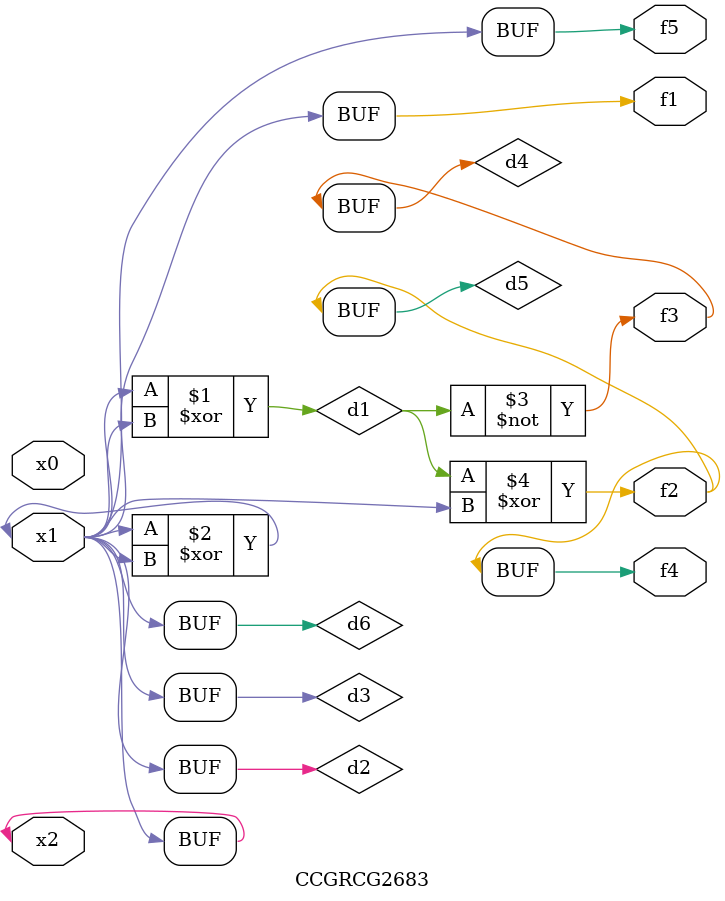
<source format=v>
module CCGRCG2683(
	input x0, x1, x2,
	output f1, f2, f3, f4, f5
);

	wire d1, d2, d3, d4, d5, d6;

	xor (d1, x1, x2);
	buf (d2, x1, x2);
	xor (d3, x1, x2);
	nor (d4, d1);
	xor (d5, d1, d2);
	buf (d6, d2, d3);
	assign f1 = d6;
	assign f2 = d5;
	assign f3 = d4;
	assign f4 = d5;
	assign f5 = d6;
endmodule

</source>
